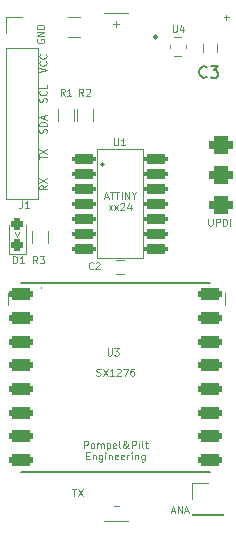
<source format=gbr>
%TF.GenerationSoftware,KiCad,Pcbnew,(6.0.5)*%
%TF.CreationDate,2022-05-20T14:29:48+02:00*%
%TF.ProjectId,LoraTrigger,4c6f7261-5472-4696-9767-65722e6b6963,rev?*%
%TF.SameCoordinates,Original*%
%TF.FileFunction,Legend,Top*%
%TF.FilePolarity,Positive*%
%FSLAX46Y46*%
G04 Gerber Fmt 4.6, Leading zero omitted, Abs format (unit mm)*
G04 Created by KiCad (PCBNEW (6.0.5)) date 2022-05-20 14:29:48*
%MOMM*%
%LPD*%
G01*
G04 APERTURE LIST*
G04 Aperture macros list*
%AMRoundRect*
0 Rectangle with rounded corners*
0 $1 Rounding radius*
0 $2 $3 $4 $5 $6 $7 $8 $9 X,Y pos of 4 corners*
0 Add a 4 corners polygon primitive as box body*
4,1,4,$2,$3,$4,$5,$6,$7,$8,$9,$2,$3,0*
0 Add four circle primitives for the rounded corners*
1,1,$1+$1,$2,$3*
1,1,$1+$1,$4,$5*
1,1,$1+$1,$6,$7*
1,1,$1+$1,$8,$9*
0 Add four rect primitives between the rounded corners*
20,1,$1+$1,$2,$3,$4,$5,0*
20,1,$1+$1,$4,$5,$6,$7,0*
20,1,$1+$1,$6,$7,$8,$9,0*
20,1,$1+$1,$8,$9,$2,$3,0*%
G04 Aperture macros list end*
%ADD10C,0.150000*%
%ADD11C,0.100000*%
%ADD12C,0.120000*%
%ADD13C,0.200000*%
%ADD14RoundRect,0.237500X0.237500X-0.287500X0.237500X0.287500X-0.237500X0.287500X-0.237500X-0.287500X0*%
%ADD15R,1.700000X1.700000*%
%ADD16RoundRect,0.375000X0.625000X-0.375000X0.625000X0.375000X-0.625000X0.375000X-0.625000X-0.375000X0*%
%ADD17RoundRect,0.250000X-0.750000X-0.250000X0.750000X-0.250000X0.750000X0.250000X-0.750000X0.250000X0*%
%ADD18C,2.000000*%
%ADD19R,0.900000X0.750000*%
%ADD20R,0.900000X0.700000*%
%ADD21R,1.500000X1.250000*%
%ADD22RoundRect,0.200000X0.800000X0.200000X-0.800000X0.200000X-0.800000X-0.200000X0.800000X-0.200000X0*%
%ADD23R,0.750000X0.900000*%
%ADD24O,1.700000X1.700000*%
%ADD25R,1.100000X0.300000*%
G04 APERTURE END LIST*
D10*
X111941421Y-41400000D02*
G75*
G03*
X111941421Y-41400000I-141421J0D01*
G01*
X107441421Y-52200000D02*
G75*
G03*
X107441421Y-52200000I-141421J0D01*
G01*
D11*
X108271428Y-81092857D02*
X108728571Y-81092857D01*
X102100000Y-62564285D02*
X102128571Y-62592857D01*
X102100000Y-62621428D01*
X102071428Y-62592857D01*
X102100000Y-62564285D01*
X102100000Y-62621428D01*
X101971428Y-44400000D02*
X102571428Y-44200000D01*
X101971428Y-44000000D01*
X102514285Y-43457142D02*
X102542857Y-43485714D01*
X102571428Y-43571428D01*
X102571428Y-43628571D01*
X102542857Y-43714285D01*
X102485714Y-43771428D01*
X102428571Y-43800000D01*
X102314285Y-43828571D01*
X102228571Y-43828571D01*
X102114285Y-43800000D01*
X102057142Y-43771428D01*
X102000000Y-43714285D01*
X101971428Y-43628571D01*
X101971428Y-43571428D01*
X102000000Y-43485714D01*
X102028571Y-43457142D01*
X102514285Y-42857142D02*
X102542857Y-42885714D01*
X102571428Y-42971428D01*
X102571428Y-43028571D01*
X102542857Y-43114285D01*
X102485714Y-43171428D01*
X102428571Y-43200000D01*
X102314285Y-43228571D01*
X102228571Y-43228571D01*
X102114285Y-43200000D01*
X102057142Y-43171428D01*
X102000000Y-43114285D01*
X101971428Y-43028571D01*
X101971428Y-42971428D01*
X102000000Y-42885714D01*
X102028571Y-42857142D01*
X101808000Y-41605142D02*
X101779428Y-41662285D01*
X101779428Y-41748000D01*
X101808000Y-41833714D01*
X101865142Y-41890857D01*
X101922285Y-41919428D01*
X102036571Y-41948000D01*
X102122285Y-41948000D01*
X102236571Y-41919428D01*
X102293714Y-41890857D01*
X102350857Y-41833714D01*
X102379428Y-41748000D01*
X102379428Y-41690857D01*
X102350857Y-41605142D01*
X102322285Y-41576571D01*
X102122285Y-41576571D01*
X102122285Y-41690857D01*
X102379428Y-41319428D02*
X101779428Y-41319428D01*
X102379428Y-40976571D01*
X101779428Y-40976571D01*
X102379428Y-40690857D02*
X101779428Y-40690857D01*
X101779428Y-40548000D01*
X101808000Y-40462285D01*
X101865142Y-40405142D01*
X101922285Y-40376571D01*
X102036571Y-40348000D01*
X102122285Y-40348000D01*
X102236571Y-40376571D01*
X102293714Y-40405142D01*
X102350857Y-40462285D01*
X102379428Y-40548000D01*
X102379428Y-40690857D01*
X102571428Y-53948000D02*
X102285714Y-54148000D01*
X102571428Y-54290857D02*
X101971428Y-54290857D01*
X101971428Y-54062285D01*
X102000000Y-54005142D01*
X102028571Y-53976571D01*
X102085714Y-53948000D01*
X102171428Y-53948000D01*
X102228571Y-53976571D01*
X102257142Y-54005142D01*
X102285714Y-54062285D01*
X102285714Y-54290857D01*
X101971428Y-53748000D02*
X102571428Y-53348000D01*
X101971428Y-53348000D02*
X102571428Y-53748000D01*
X117571428Y-39742857D02*
X118028571Y-39742857D01*
X117800000Y-39971428D02*
X117800000Y-39514285D01*
X107485714Y-54917000D02*
X107771428Y-54917000D01*
X107428571Y-55088428D02*
X107628571Y-54488428D01*
X107828571Y-55088428D01*
X107942857Y-54488428D02*
X108285714Y-54488428D01*
X108114285Y-55088428D02*
X108114285Y-54488428D01*
X108400000Y-54488428D02*
X108742857Y-54488428D01*
X108571428Y-55088428D02*
X108571428Y-54488428D01*
X108942857Y-55088428D02*
X108942857Y-54488428D01*
X109228571Y-55088428D02*
X109228571Y-54488428D01*
X109571428Y-55088428D01*
X109571428Y-54488428D01*
X109971428Y-54802714D02*
X109971428Y-55088428D01*
X109771428Y-54488428D02*
X109971428Y-54802714D01*
X110171428Y-54488428D01*
X107828571Y-56054428D02*
X108142857Y-55654428D01*
X107828571Y-55654428D02*
X108142857Y-56054428D01*
X108314285Y-56054428D02*
X108628571Y-55654428D01*
X108314285Y-55654428D02*
X108628571Y-56054428D01*
X108828571Y-55511571D02*
X108857142Y-55483000D01*
X108914285Y-55454428D01*
X109057142Y-55454428D01*
X109114285Y-55483000D01*
X109142857Y-55511571D01*
X109171428Y-55568714D01*
X109171428Y-55625857D01*
X109142857Y-55711571D01*
X108800000Y-56054428D01*
X109171428Y-56054428D01*
X109685714Y-55654428D02*
X109685714Y-56054428D01*
X109542857Y-55425857D02*
X109400000Y-55854428D01*
X109771428Y-55854428D01*
X108221428Y-40292857D02*
X108678571Y-40292857D01*
X108450000Y-40521428D02*
X108450000Y-40064285D01*
X100228571Y-57871428D02*
X100057142Y-58328571D01*
X99885714Y-57871428D01*
X105742857Y-76188428D02*
X105742857Y-75588428D01*
X105971428Y-75588428D01*
X106028571Y-75617000D01*
X106057142Y-75645571D01*
X106085714Y-75702714D01*
X106085714Y-75788428D01*
X106057142Y-75845571D01*
X106028571Y-75874142D01*
X105971428Y-75902714D01*
X105742857Y-75902714D01*
X106428571Y-76188428D02*
X106371428Y-76159857D01*
X106342857Y-76131285D01*
X106314285Y-76074142D01*
X106314285Y-75902714D01*
X106342857Y-75845571D01*
X106371428Y-75817000D01*
X106428571Y-75788428D01*
X106514285Y-75788428D01*
X106571428Y-75817000D01*
X106600000Y-75845571D01*
X106628571Y-75902714D01*
X106628571Y-76074142D01*
X106600000Y-76131285D01*
X106571428Y-76159857D01*
X106514285Y-76188428D01*
X106428571Y-76188428D01*
X106885714Y-76188428D02*
X106885714Y-75788428D01*
X106885714Y-75845571D02*
X106914285Y-75817000D01*
X106971428Y-75788428D01*
X107057142Y-75788428D01*
X107114285Y-75817000D01*
X107142857Y-75874142D01*
X107142857Y-76188428D01*
X107142857Y-75874142D02*
X107171428Y-75817000D01*
X107228571Y-75788428D01*
X107314285Y-75788428D01*
X107371428Y-75817000D01*
X107400000Y-75874142D01*
X107400000Y-76188428D01*
X107685714Y-75788428D02*
X107685714Y-76388428D01*
X107685714Y-75817000D02*
X107742857Y-75788428D01*
X107857142Y-75788428D01*
X107914285Y-75817000D01*
X107942857Y-75845571D01*
X107971428Y-75902714D01*
X107971428Y-76074142D01*
X107942857Y-76131285D01*
X107914285Y-76159857D01*
X107857142Y-76188428D01*
X107742857Y-76188428D01*
X107685714Y-76159857D01*
X108457142Y-76159857D02*
X108400000Y-76188428D01*
X108285714Y-76188428D01*
X108228571Y-76159857D01*
X108200000Y-76102714D01*
X108200000Y-75874142D01*
X108228571Y-75817000D01*
X108285714Y-75788428D01*
X108400000Y-75788428D01*
X108457142Y-75817000D01*
X108485714Y-75874142D01*
X108485714Y-75931285D01*
X108200000Y-75988428D01*
X108828571Y-76188428D02*
X108771428Y-76159857D01*
X108742857Y-76102714D01*
X108742857Y-75588428D01*
X109542857Y-76188428D02*
X109514285Y-76188428D01*
X109457142Y-76159857D01*
X109371428Y-76074142D01*
X109228571Y-75902714D01*
X109171428Y-75817000D01*
X109142857Y-75731285D01*
X109142857Y-75674142D01*
X109171428Y-75617000D01*
X109228571Y-75588428D01*
X109257142Y-75588428D01*
X109314285Y-75617000D01*
X109342857Y-75674142D01*
X109342857Y-75702714D01*
X109314285Y-75759857D01*
X109285714Y-75788428D01*
X109114285Y-75902714D01*
X109085714Y-75931285D01*
X109057142Y-75988428D01*
X109057142Y-76074142D01*
X109085714Y-76131285D01*
X109114285Y-76159857D01*
X109171428Y-76188428D01*
X109257142Y-76188428D01*
X109314285Y-76159857D01*
X109342857Y-76131285D01*
X109428571Y-76017000D01*
X109457142Y-75931285D01*
X109457142Y-75874142D01*
X109800000Y-76188428D02*
X109800000Y-75588428D01*
X110028571Y-75588428D01*
X110085714Y-75617000D01*
X110114285Y-75645571D01*
X110142857Y-75702714D01*
X110142857Y-75788428D01*
X110114285Y-75845571D01*
X110085714Y-75874142D01*
X110028571Y-75902714D01*
X109800000Y-75902714D01*
X110400000Y-76188428D02*
X110400000Y-75788428D01*
X110400000Y-75588428D02*
X110371428Y-75617000D01*
X110400000Y-75645571D01*
X110428571Y-75617000D01*
X110400000Y-75588428D01*
X110400000Y-75645571D01*
X110771428Y-76188428D02*
X110714285Y-76159857D01*
X110685714Y-76102714D01*
X110685714Y-75588428D01*
X110914285Y-75788428D02*
X111142857Y-75788428D01*
X111000000Y-75588428D02*
X111000000Y-76102714D01*
X111028571Y-76159857D01*
X111085714Y-76188428D01*
X111142857Y-76188428D01*
X105928571Y-76840142D02*
X106128571Y-76840142D01*
X106214285Y-77154428D02*
X105928571Y-77154428D01*
X105928571Y-76554428D01*
X106214285Y-76554428D01*
X106471428Y-76754428D02*
X106471428Y-77154428D01*
X106471428Y-76811571D02*
X106500000Y-76783000D01*
X106557142Y-76754428D01*
X106642857Y-76754428D01*
X106700000Y-76783000D01*
X106728571Y-76840142D01*
X106728571Y-77154428D01*
X107271428Y-76754428D02*
X107271428Y-77240142D01*
X107242857Y-77297285D01*
X107214285Y-77325857D01*
X107157142Y-77354428D01*
X107071428Y-77354428D01*
X107014285Y-77325857D01*
X107271428Y-77125857D02*
X107214285Y-77154428D01*
X107100000Y-77154428D01*
X107042857Y-77125857D01*
X107014285Y-77097285D01*
X106985714Y-77040142D01*
X106985714Y-76868714D01*
X107014285Y-76811571D01*
X107042857Y-76783000D01*
X107100000Y-76754428D01*
X107214285Y-76754428D01*
X107271428Y-76783000D01*
X107557142Y-77154428D02*
X107557142Y-76754428D01*
X107557142Y-76554428D02*
X107528571Y-76583000D01*
X107557142Y-76611571D01*
X107585714Y-76583000D01*
X107557142Y-76554428D01*
X107557142Y-76611571D01*
X107842857Y-76754428D02*
X107842857Y-77154428D01*
X107842857Y-76811571D02*
X107871428Y-76783000D01*
X107928571Y-76754428D01*
X108014285Y-76754428D01*
X108071428Y-76783000D01*
X108100000Y-76840142D01*
X108100000Y-77154428D01*
X108614285Y-77125857D02*
X108557142Y-77154428D01*
X108442857Y-77154428D01*
X108385714Y-77125857D01*
X108357142Y-77068714D01*
X108357142Y-76840142D01*
X108385714Y-76783000D01*
X108442857Y-76754428D01*
X108557142Y-76754428D01*
X108614285Y-76783000D01*
X108642857Y-76840142D01*
X108642857Y-76897285D01*
X108357142Y-76954428D01*
X109128571Y-77125857D02*
X109071428Y-77154428D01*
X108957142Y-77154428D01*
X108900000Y-77125857D01*
X108871428Y-77068714D01*
X108871428Y-76840142D01*
X108900000Y-76783000D01*
X108957142Y-76754428D01*
X109071428Y-76754428D01*
X109128571Y-76783000D01*
X109157142Y-76840142D01*
X109157142Y-76897285D01*
X108871428Y-76954428D01*
X109414285Y-77154428D02*
X109414285Y-76754428D01*
X109414285Y-76868714D02*
X109442857Y-76811571D01*
X109471428Y-76783000D01*
X109528571Y-76754428D01*
X109585714Y-76754428D01*
X109785714Y-77154428D02*
X109785714Y-76754428D01*
X109785714Y-76554428D02*
X109757142Y-76583000D01*
X109785714Y-76611571D01*
X109814285Y-76583000D01*
X109785714Y-76554428D01*
X109785714Y-76611571D01*
X110071428Y-76754428D02*
X110071428Y-77154428D01*
X110071428Y-76811571D02*
X110100000Y-76783000D01*
X110157142Y-76754428D01*
X110242857Y-76754428D01*
X110300000Y-76783000D01*
X110328571Y-76840142D01*
X110328571Y-77154428D01*
X110871428Y-76754428D02*
X110871428Y-77240142D01*
X110842857Y-77297285D01*
X110814285Y-77325857D01*
X110757142Y-77354428D01*
X110671428Y-77354428D01*
X110614285Y-77325857D01*
X110871428Y-77125857D02*
X110814285Y-77154428D01*
X110700000Y-77154428D01*
X110642857Y-77125857D01*
X110614285Y-77097285D01*
X110585714Y-77040142D01*
X110585714Y-76868714D01*
X110614285Y-76811571D01*
X110642857Y-76783000D01*
X110700000Y-76754428D01*
X110814285Y-76754428D01*
X110871428Y-76783000D01*
X104742857Y-79671428D02*
X105085714Y-79671428D01*
X104914285Y-80271428D02*
X104914285Y-79671428D01*
X105228571Y-79671428D02*
X105628571Y-80271428D01*
X105628571Y-79671428D02*
X105228571Y-80271428D01*
X113135714Y-81500000D02*
X113421428Y-81500000D01*
X113078571Y-81671428D02*
X113278571Y-81071428D01*
X113478571Y-81671428D01*
X113678571Y-81671428D02*
X113678571Y-81071428D01*
X114021428Y-81671428D01*
X114021428Y-81071428D01*
X114278571Y-81500000D02*
X114564285Y-81500000D01*
X114221428Y-81671428D02*
X114421428Y-81071428D01*
X114621428Y-81671428D01*
X101971428Y-51765142D02*
X101971428Y-51422285D01*
X102571428Y-51593714D02*
X101971428Y-51593714D01*
X101971428Y-51279428D02*
X102571428Y-50879428D01*
X101971428Y-50879428D02*
X102571428Y-51279428D01*
X102542857Y-49528571D02*
X102571428Y-49442857D01*
X102571428Y-49300000D01*
X102542857Y-49242857D01*
X102514285Y-49214285D01*
X102457142Y-49185714D01*
X102400000Y-49185714D01*
X102342857Y-49214285D01*
X102314285Y-49242857D01*
X102285714Y-49300000D01*
X102257142Y-49414285D01*
X102228571Y-49471428D01*
X102200000Y-49500000D01*
X102142857Y-49528571D01*
X102085714Y-49528571D01*
X102028571Y-49500000D01*
X102000000Y-49471428D01*
X101971428Y-49414285D01*
X101971428Y-49271428D01*
X102000000Y-49185714D01*
X102571428Y-48928571D02*
X101971428Y-48928571D01*
X101971428Y-48785714D01*
X102000000Y-48700000D01*
X102057142Y-48642857D01*
X102114285Y-48614285D01*
X102228571Y-48585714D01*
X102314285Y-48585714D01*
X102428571Y-48614285D01*
X102485714Y-48642857D01*
X102542857Y-48700000D01*
X102571428Y-48785714D01*
X102571428Y-48928571D01*
X102400000Y-48357142D02*
X102400000Y-48071428D01*
X102571428Y-48414285D02*
X101971428Y-48214285D01*
X102571428Y-48014285D01*
X116285714Y-56771428D02*
X116285714Y-57257142D01*
X116314285Y-57314285D01*
X116342857Y-57342857D01*
X116400000Y-57371428D01*
X116514285Y-57371428D01*
X116571428Y-57342857D01*
X116600000Y-57314285D01*
X116628571Y-57257142D01*
X116628571Y-56771428D01*
X116914285Y-57371428D02*
X116914285Y-56771428D01*
X117142857Y-56771428D01*
X117200000Y-56800000D01*
X117228571Y-56828571D01*
X117257142Y-56885714D01*
X117257142Y-56971428D01*
X117228571Y-57028571D01*
X117200000Y-57057142D01*
X117142857Y-57085714D01*
X116914285Y-57085714D01*
X117514285Y-57371428D02*
X117514285Y-56771428D01*
X117657142Y-56771428D01*
X117742857Y-56800000D01*
X117800000Y-56857142D01*
X117828571Y-56914285D01*
X117857142Y-57028571D01*
X117857142Y-57114285D01*
X117828571Y-57228571D01*
X117800000Y-57285714D01*
X117742857Y-57342857D01*
X117657142Y-57371428D01*
X117514285Y-57371428D01*
X118114285Y-57371428D02*
X118114285Y-56771428D01*
X102542857Y-46914285D02*
X102571428Y-46828571D01*
X102571428Y-46685714D01*
X102542857Y-46628571D01*
X102514285Y-46600000D01*
X102457142Y-46571428D01*
X102400000Y-46571428D01*
X102342857Y-46600000D01*
X102314285Y-46628571D01*
X102285714Y-46685714D01*
X102257142Y-46800000D01*
X102228571Y-46857142D01*
X102200000Y-46885714D01*
X102142857Y-46914285D01*
X102085714Y-46914285D01*
X102028571Y-46885714D01*
X102000000Y-46857142D01*
X101971428Y-46800000D01*
X101971428Y-46657142D01*
X102000000Y-46571428D01*
X102514285Y-45971428D02*
X102542857Y-46000000D01*
X102571428Y-46085714D01*
X102571428Y-46142857D01*
X102542857Y-46228571D01*
X102485714Y-46285714D01*
X102428571Y-46314285D01*
X102314285Y-46342857D01*
X102228571Y-46342857D01*
X102114285Y-46314285D01*
X102057142Y-46285714D01*
X102000000Y-46228571D01*
X101971428Y-46142857D01*
X101971428Y-46085714D01*
X102000000Y-46000000D01*
X102028571Y-45971428D01*
X102571428Y-45428571D02*
X102571428Y-45714285D01*
X101971428Y-45714285D01*
X106800000Y-70042857D02*
X106885714Y-70071428D01*
X107028571Y-70071428D01*
X107085714Y-70042857D01*
X107114285Y-70014285D01*
X107142857Y-69957142D01*
X107142857Y-69900000D01*
X107114285Y-69842857D01*
X107085714Y-69814285D01*
X107028571Y-69785714D01*
X106914285Y-69757142D01*
X106857142Y-69728571D01*
X106828571Y-69700000D01*
X106800000Y-69642857D01*
X106800000Y-69585714D01*
X106828571Y-69528571D01*
X106857142Y-69500000D01*
X106914285Y-69471428D01*
X107057142Y-69471428D01*
X107142857Y-69500000D01*
X107342857Y-69471428D02*
X107742857Y-70071428D01*
X107742857Y-69471428D02*
X107342857Y-70071428D01*
X108285714Y-70071428D02*
X107942857Y-70071428D01*
X108114285Y-70071428D02*
X108114285Y-69471428D01*
X108057142Y-69557142D01*
X108000000Y-69614285D01*
X107942857Y-69642857D01*
X108514285Y-69528571D02*
X108542857Y-69500000D01*
X108600000Y-69471428D01*
X108742857Y-69471428D01*
X108800000Y-69500000D01*
X108828571Y-69528571D01*
X108857142Y-69585714D01*
X108857142Y-69642857D01*
X108828571Y-69728571D01*
X108485714Y-70071428D01*
X108857142Y-70071428D01*
X109057142Y-69471428D02*
X109457142Y-69471428D01*
X109200000Y-70071428D01*
X109942857Y-69471428D02*
X109828571Y-69471428D01*
X109771428Y-69500000D01*
X109742857Y-69528571D01*
X109685714Y-69614285D01*
X109657142Y-69728571D01*
X109657142Y-69957142D01*
X109685714Y-70014285D01*
X109714285Y-70042857D01*
X109771428Y-70071428D01*
X109885714Y-70071428D01*
X109942857Y-70042857D01*
X109971428Y-70014285D01*
X110000000Y-69957142D01*
X110000000Y-69814285D01*
X109971428Y-69757142D01*
X109942857Y-69728571D01*
X109885714Y-69700000D01*
X109771428Y-69700000D01*
X109714285Y-69728571D01*
X109685714Y-69757142D01*
X109657142Y-69814285D01*
X99757142Y-60571428D02*
X99757142Y-59971428D01*
X99900000Y-59971428D01*
X99985714Y-60000000D01*
X100042857Y-60057142D01*
X100071428Y-60114285D01*
X100100000Y-60228571D01*
X100100000Y-60314285D01*
X100071428Y-60428571D01*
X100042857Y-60485714D01*
X99985714Y-60542857D01*
X99900000Y-60571428D01*
X99757142Y-60571428D01*
X100671428Y-60571428D02*
X100328571Y-60571428D01*
X100500000Y-60571428D02*
X100500000Y-59971428D01*
X100442857Y-60057142D01*
X100385714Y-60114285D01*
X100328571Y-60142857D01*
X107742857Y-67771428D02*
X107742857Y-68257142D01*
X107771428Y-68314285D01*
X107800000Y-68342857D01*
X107857142Y-68371428D01*
X107971428Y-68371428D01*
X108028571Y-68342857D01*
X108057142Y-68314285D01*
X108085714Y-68257142D01*
X108085714Y-67771428D01*
X108314285Y-67771428D02*
X108685714Y-67771428D01*
X108485714Y-68000000D01*
X108571428Y-68000000D01*
X108628571Y-68028571D01*
X108657142Y-68057142D01*
X108685714Y-68114285D01*
X108685714Y-68257142D01*
X108657142Y-68314285D01*
X108628571Y-68342857D01*
X108571428Y-68371428D01*
X108400000Y-68371428D01*
X108342857Y-68342857D01*
X108314285Y-68314285D01*
X106500000Y-61014285D02*
X106471428Y-61042857D01*
X106385714Y-61071428D01*
X106328571Y-61071428D01*
X106242857Y-61042857D01*
X106185714Y-60985714D01*
X106157142Y-60928571D01*
X106128571Y-60814285D01*
X106128571Y-60728571D01*
X106157142Y-60614285D01*
X106185714Y-60557142D01*
X106242857Y-60500000D01*
X106328571Y-60471428D01*
X106385714Y-60471428D01*
X106471428Y-60500000D01*
X106500000Y-60528571D01*
X106728571Y-60528571D02*
X106757142Y-60500000D01*
X106814285Y-60471428D01*
X106957142Y-60471428D01*
X107014285Y-60500000D01*
X107042857Y-60528571D01*
X107071428Y-60585714D01*
X107071428Y-60642857D01*
X107042857Y-60728571D01*
X106700000Y-61071428D01*
X107071428Y-61071428D01*
X101800000Y-60571428D02*
X101600000Y-60285714D01*
X101457142Y-60571428D02*
X101457142Y-59971428D01*
X101685714Y-59971428D01*
X101742857Y-60000000D01*
X101771428Y-60028571D01*
X101800000Y-60085714D01*
X101800000Y-60171428D01*
X101771428Y-60228571D01*
X101742857Y-60257142D01*
X101685714Y-60285714D01*
X101457142Y-60285714D01*
X102000000Y-59971428D02*
X102371428Y-59971428D01*
X102171428Y-60200000D01*
X102257142Y-60200000D01*
X102314285Y-60228571D01*
X102342857Y-60257142D01*
X102371428Y-60314285D01*
X102371428Y-60457142D01*
X102342857Y-60514285D01*
X102314285Y-60542857D01*
X102257142Y-60571428D01*
X102085714Y-60571428D01*
X102028571Y-60542857D01*
X102000000Y-60514285D01*
X104100000Y-46371428D02*
X103900000Y-46085714D01*
X103757142Y-46371428D02*
X103757142Y-45771428D01*
X103985714Y-45771428D01*
X104042857Y-45800000D01*
X104071428Y-45828571D01*
X104100000Y-45885714D01*
X104100000Y-45971428D01*
X104071428Y-46028571D01*
X104042857Y-46057142D01*
X103985714Y-46085714D01*
X103757142Y-46085714D01*
X104671428Y-46371428D02*
X104328571Y-46371428D01*
X104500000Y-46371428D02*
X104500000Y-45771428D01*
X104442857Y-45857142D01*
X104385714Y-45914285D01*
X104328571Y-45942857D01*
X105700000Y-46371428D02*
X105500000Y-46085714D01*
X105357142Y-46371428D02*
X105357142Y-45771428D01*
X105585714Y-45771428D01*
X105642857Y-45800000D01*
X105671428Y-45828571D01*
X105700000Y-45885714D01*
X105700000Y-45971428D01*
X105671428Y-46028571D01*
X105642857Y-46057142D01*
X105585714Y-46085714D01*
X105357142Y-46085714D01*
X105928571Y-45828571D02*
X105957142Y-45800000D01*
X106014285Y-45771428D01*
X106157142Y-45771428D01*
X106214285Y-45800000D01*
X106242857Y-45828571D01*
X106271428Y-45885714D01*
X106271428Y-45942857D01*
X106242857Y-46028571D01*
X105900000Y-46371428D01*
X106271428Y-46371428D01*
X108292857Y-49971428D02*
X108292857Y-50457142D01*
X108321428Y-50514285D01*
X108350000Y-50542857D01*
X108407142Y-50571428D01*
X108521428Y-50571428D01*
X108578571Y-50542857D01*
X108607142Y-50514285D01*
X108635714Y-50457142D01*
X108635714Y-49971428D01*
X109235714Y-50571428D02*
X108892857Y-50571428D01*
X109064285Y-50571428D02*
X109064285Y-49971428D01*
X109007142Y-50057142D01*
X108950000Y-50114285D01*
X108892857Y-50142857D01*
D10*
X116133333Y-44757142D02*
X116085714Y-44804761D01*
X115942857Y-44852380D01*
X115847619Y-44852380D01*
X115704761Y-44804761D01*
X115609523Y-44709523D01*
X115561904Y-44614285D01*
X115514285Y-44423809D01*
X115514285Y-44280952D01*
X115561904Y-44090476D01*
X115609523Y-43995238D01*
X115704761Y-43900000D01*
X115847619Y-43852380D01*
X115942857Y-43852380D01*
X116085714Y-43900000D01*
X116133333Y-43947619D01*
X116466666Y-43852380D02*
X117085714Y-43852380D01*
X116752380Y-44233333D01*
X116895238Y-44233333D01*
X116990476Y-44280952D01*
X117038095Y-44328571D01*
X117085714Y-44423809D01*
X117085714Y-44661904D01*
X117038095Y-44757142D01*
X116990476Y-44804761D01*
X116895238Y-44852380D01*
X116609523Y-44852380D01*
X116514285Y-44804761D01*
X116466666Y-44757142D01*
D11*
X100500000Y-55271428D02*
X100500000Y-55700000D01*
X100471428Y-55785714D01*
X100414285Y-55842857D01*
X100328571Y-55871428D01*
X100271428Y-55871428D01*
X101100000Y-55871428D02*
X100757142Y-55871428D01*
X100928571Y-55871428D02*
X100928571Y-55271428D01*
X100871428Y-55357142D01*
X100814285Y-55414285D01*
X100757142Y-55442857D01*
X113242857Y-40371428D02*
X113242857Y-40857142D01*
X113271428Y-40914285D01*
X113300000Y-40942857D01*
X113357142Y-40971428D01*
X113471428Y-40971428D01*
X113528571Y-40942857D01*
X113557142Y-40914285D01*
X113585714Y-40857142D01*
X113585714Y-40371428D01*
X114128571Y-40571428D02*
X114128571Y-40971428D01*
X113985714Y-40342857D02*
X113842857Y-40771428D01*
X114214285Y-40771428D01*
D12*
X99365000Y-57300000D02*
X99365000Y-59760000D01*
X100835000Y-59760000D02*
X100835000Y-57300000D01*
X99365000Y-59760000D02*
X100835000Y-59760000D01*
D11*
X117535000Y-81788000D02*
X117535000Y-81848000D01*
X114875000Y-79188000D02*
X116205000Y-79188000D01*
X114875000Y-81788000D02*
X117535000Y-81788000D01*
X114875000Y-80518000D02*
X114875000Y-79188000D01*
X114875000Y-81788000D02*
X114875000Y-81848000D01*
X114875000Y-81848000D02*
X117535000Y-81848000D01*
D13*
X116426000Y-78200000D02*
X100426000Y-78200000D01*
X100426000Y-62200000D02*
X116426000Y-62200000D01*
D11*
X99350000Y-63050000D02*
X99350000Y-64050000D01*
X117650000Y-63050000D02*
X117650000Y-64050000D01*
X109450000Y-82350000D02*
X107450000Y-82350000D01*
X109450000Y-39350000D02*
X107450000Y-39350000D01*
D12*
X108450000Y-60300000D02*
X109150000Y-60300000D01*
X109150000Y-61500000D02*
X108450000Y-61500000D01*
X101320000Y-58800000D02*
X101320000Y-57800000D01*
X102680000Y-57800000D02*
X102680000Y-58800000D01*
X103520000Y-48500000D02*
X103520000Y-47500000D01*
X104880000Y-47500000D02*
X104880000Y-48500000D01*
X106480000Y-47500000D02*
X106480000Y-48500000D01*
X105120000Y-48500000D02*
X105120000Y-47500000D01*
X104400000Y-41375000D02*
X105400000Y-41375000D01*
X105400000Y-39675000D02*
X104400000Y-39675000D01*
X110750000Y-60077000D02*
X106850000Y-60077000D01*
X106850000Y-60077000D02*
X106850000Y-50923000D01*
X106850000Y-50923000D02*
X110750000Y-50923000D01*
X110750000Y-50923000D02*
X110750000Y-60077000D01*
X115800000Y-42650000D02*
X115800000Y-41950000D01*
X117000000Y-41950000D02*
X117000000Y-42650000D01*
X99170000Y-39720000D02*
X100500000Y-39720000D01*
X99170000Y-55080000D02*
X101830000Y-55080000D01*
X99170000Y-42320000D02*
X99170000Y-55080000D01*
X99170000Y-42320000D02*
X101830000Y-42320000D01*
X101830000Y-42320000D02*
X101830000Y-55080000D01*
X99170000Y-41050000D02*
X99170000Y-39720000D01*
X113400000Y-41400000D02*
X114000000Y-41400000D01*
X113000000Y-42100000D02*
X113000000Y-42300000D01*
X113400000Y-43000000D02*
X114000000Y-43000000D01*
X114400000Y-42100000D02*
X114400000Y-42300000D01*
%LPC*%
D14*
X100100000Y-58975000D03*
X100100000Y-57225000D03*
D15*
X116205000Y-80518000D03*
D16*
X117351000Y-55640000D03*
X117351000Y-53100000D03*
X117351000Y-50560000D03*
D17*
X116426000Y-75200000D03*
X100426000Y-77200000D03*
X100426000Y-63200000D03*
X100426000Y-65200000D03*
X100426000Y-67200000D03*
X100426000Y-69200000D03*
X100426000Y-71200000D03*
X100426000Y-73200000D03*
X116426000Y-67200000D03*
X116426000Y-65200000D03*
X116426000Y-63200000D03*
X116426000Y-73200000D03*
X116426000Y-71200000D03*
X100426000Y-75200000D03*
X116426000Y-77200000D03*
X116426000Y-69200000D03*
D18*
X108450000Y-42050000D03*
X108450000Y-79550000D03*
D19*
X109600000Y-60900000D03*
X108000000Y-60900000D03*
D20*
X102000000Y-59150000D03*
X102000000Y-57450000D03*
X104200000Y-47150000D03*
X104200000Y-48850000D03*
X105800000Y-47150000D03*
X105800000Y-48850000D03*
D21*
X106150000Y-40525000D03*
X103650000Y-40525000D03*
D22*
X111848000Y-59315000D03*
X111848000Y-58045000D03*
X111848000Y-56775000D03*
X111848000Y-55505000D03*
X111848000Y-54235000D03*
X111848000Y-52965000D03*
X111848000Y-51695000D03*
X105752000Y-51695000D03*
X105752000Y-52965000D03*
X105752000Y-54235000D03*
X105752000Y-55505000D03*
X105752000Y-56775000D03*
X105752000Y-58045000D03*
X105752000Y-59315000D03*
D23*
X116400000Y-43100000D03*
X116400000Y-41500000D03*
D15*
X100500000Y-41050000D03*
D24*
X100500000Y-43590000D03*
X100500000Y-46130000D03*
X100500000Y-48670000D03*
X100500000Y-51210000D03*
X100500000Y-53750000D03*
D25*
X112800000Y-41800000D03*
X112800000Y-42600000D03*
X114600000Y-42600000D03*
X114600000Y-41800000D03*
M02*

</source>
